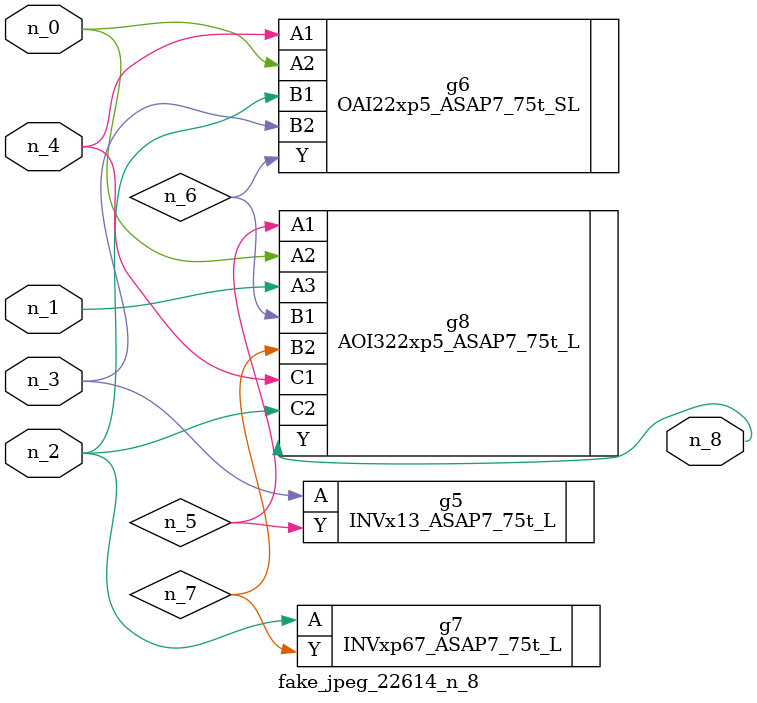
<source format=v>
module fake_jpeg_22614_n_8 (n_3, n_2, n_1, n_0, n_4, n_8);

input n_3;
input n_2;
input n_1;
input n_0;
input n_4;

output n_8;

wire n_6;
wire n_5;
wire n_7;

INVx13_ASAP7_75t_L g5 ( 
.A(n_3),
.Y(n_5)
);

OAI22xp5_ASAP7_75t_SL g6 ( 
.A1(n_4),
.A2(n_0),
.B1(n_2),
.B2(n_3),
.Y(n_6)
);

INVxp67_ASAP7_75t_L g7 ( 
.A(n_2),
.Y(n_7)
);

AOI322xp5_ASAP7_75t_L g8 ( 
.A1(n_5),
.A2(n_0),
.A3(n_1),
.B1(n_6),
.B2(n_7),
.C1(n_4),
.C2(n_2),
.Y(n_8)
);


endmodule
</source>
